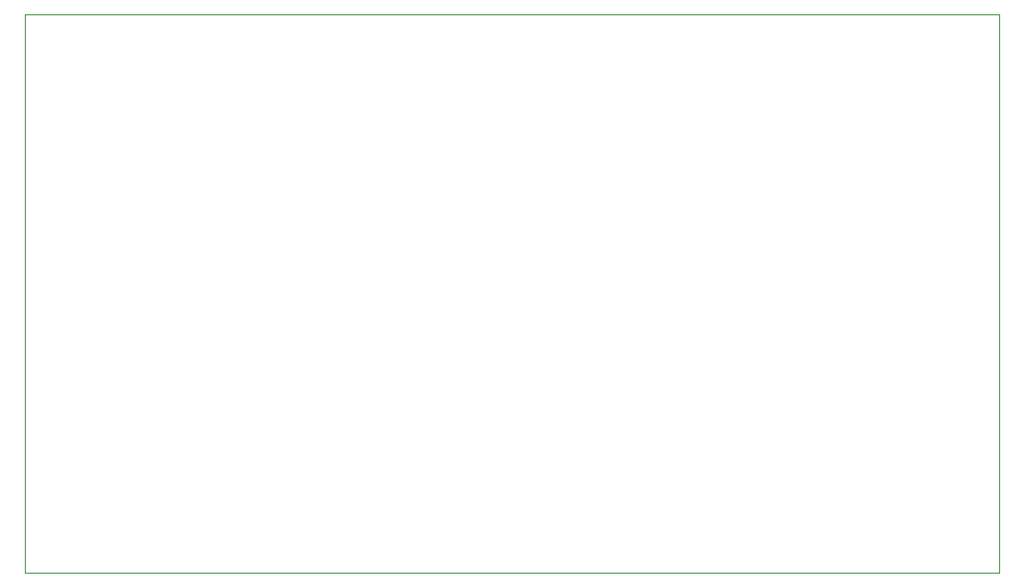
<source format=gm1>
G04 #@! TF.GenerationSoftware,KiCad,Pcbnew,(6.0.6)*
G04 #@! TF.CreationDate,2022-07-11T11:59:08+03:00*
G04 #@! TF.ProjectId,RegulusFocuser-V1.1,52656775-6c75-4734-966f-63757365722d,rev?*
G04 #@! TF.SameCoordinates,Original*
G04 #@! TF.FileFunction,Profile,NP*
%FSLAX46Y46*%
G04 Gerber Fmt 4.6, Leading zero omitted, Abs format (unit mm)*
G04 Created by KiCad (PCBNEW (6.0.6)) date 2022-07-11 11:59:08*
%MOMM*%
%LPD*%
G01*
G04 APERTURE LIST*
G04 #@! TA.AperFunction,Profile*
%ADD10C,0.100000*%
G04 #@! TD*
G04 APERTURE END LIST*
D10*
X99060000Y-66040000D02*
X185420000Y-66040000D01*
X185420000Y-66040000D02*
X185420000Y-115570000D01*
X185420000Y-115570000D02*
X99060000Y-115570000D01*
X99060000Y-115570000D02*
X99060000Y-66040000D01*
M02*

</source>
